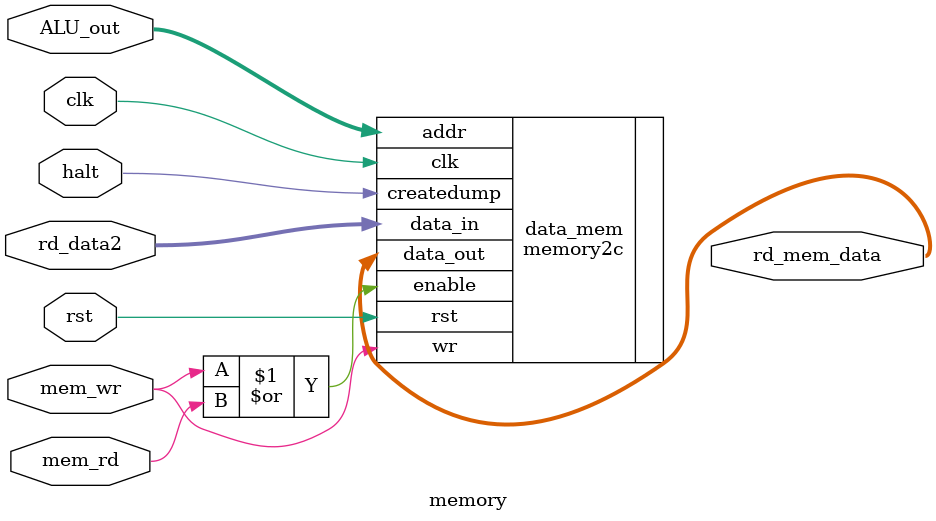
<source format=v>
module memory(clk, rst, ALU_out, rd_data2, rd_mem_data, halt, mem_wr, mem_rd);

  input clk, rst;
  input halt, mem_wr, mem_rd;
  input [15:0] ALU_out, rd_data2;
  output [15:0] rd_mem_data;

  memory2c data_mem(.data_out(rd_mem_data), .data_in(rd_data2), .addr(ALU_out),
    .enable(mem_wr|mem_rd), .wr(mem_wr), .createdump(halt), .clk(clk),
    .rst(rst));

endmodule
</source>
